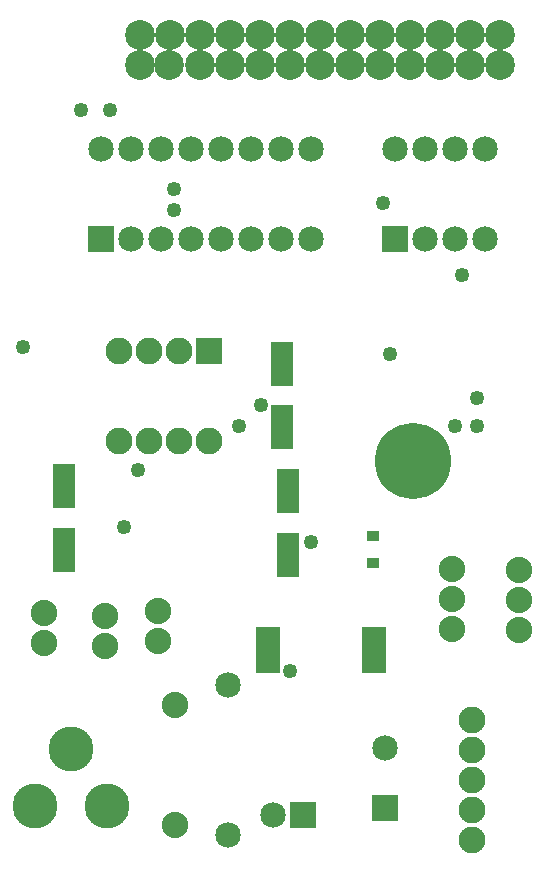
<source format=gts>
G04 MADE WITH FRITZING*
G04 WWW.FRITZING.ORG*
G04 DOUBLE SIDED*
G04 HOLES PLATED*
G04 CONTOUR ON CENTER OF CONTOUR VECTOR*
%ASAXBY*%
%FSLAX23Y23*%
%MOIN*%
%OFA0B0*%
%SFA1.0B1.0*%
%ADD10C,0.089370*%
%ADD11C,0.049370*%
%ADD12C,0.254094*%
%ADD13C,0.150000*%
%ADD14C,0.085000*%
%ADD15C,0.088000*%
%ADD16C,0.099639*%
%ADD17C,0.099583*%
%ADD18R,0.072992X0.147795*%
%ADD19R,0.080866X0.151732*%
%ADD20R,0.089370X0.089370*%
%ADD21R,0.042677X0.034803*%
%ADD22R,0.085000X0.085000*%
%LNMASK1*%
G90*
G70*
G54D10*
X680Y1705D03*
X680Y1405D03*
X580Y1705D03*
X580Y1405D03*
X480Y1705D03*
X480Y1405D03*
X380Y1705D03*
X380Y1405D03*
G54D11*
X852Y1525D03*
X1524Y1957D03*
X444Y1309D03*
X780Y1453D03*
X1020Y1069D03*
X1284Y1693D03*
X564Y2173D03*
X1500Y1453D03*
X348Y2509D03*
X1260Y2197D03*
X1572Y1549D03*
X948Y637D03*
X60Y1717D03*
X396Y1117D03*
X252Y2509D03*
X564Y2245D03*
X1572Y1453D03*
G54D12*
X1358Y1336D03*
G54D10*
X1557Y475D03*
X1557Y375D03*
X1557Y275D03*
X1557Y175D03*
X1557Y75D03*
G54D13*
X341Y189D03*
X101Y189D03*
X221Y379D03*
X341Y189D03*
X101Y189D03*
X221Y379D03*
G54D14*
X992Y159D03*
X892Y159D03*
X1266Y182D03*
X1266Y382D03*
G54D15*
X567Y524D03*
X567Y124D03*
X567Y524D03*
X567Y124D03*
G54D14*
X319Y2076D03*
X319Y2376D03*
X419Y2076D03*
X419Y2376D03*
X519Y2076D03*
X519Y2376D03*
X619Y2076D03*
X619Y2376D03*
X719Y2076D03*
X719Y2376D03*
X819Y2076D03*
X819Y2376D03*
X919Y2076D03*
X919Y2376D03*
X1019Y2076D03*
X1019Y2376D03*
X744Y91D03*
X744Y591D03*
G54D15*
X130Y830D03*
X130Y730D03*
X333Y822D03*
X333Y722D03*
X510Y837D03*
X510Y737D03*
X1490Y977D03*
X1490Y877D03*
X1490Y777D03*
X1713Y773D03*
X1713Y873D03*
X1713Y973D03*
G54D16*
X448Y2757D03*
G54D17*
X548Y2757D03*
X648Y2757D03*
X748Y2757D03*
X848Y2757D03*
X948Y2757D03*
X1048Y2757D03*
X1148Y2757D03*
X1248Y2757D03*
X1348Y2757D03*
X1448Y2757D03*
X1548Y2757D03*
X1648Y2757D03*
X448Y2657D03*
X547Y2657D03*
X648Y2657D03*
X748Y2657D03*
X848Y2657D03*
X948Y2657D03*
X1048Y2657D03*
X1148Y2657D03*
X1248Y2657D03*
X1348Y2657D03*
X1448Y2657D03*
X1548Y2657D03*
X1648Y2657D03*
G54D14*
X1301Y2078D03*
X1301Y2378D03*
X1401Y2078D03*
X1401Y2378D03*
X1501Y2078D03*
X1501Y2378D03*
X1601Y2078D03*
X1601Y2378D03*
G54D18*
X923Y1662D03*
X923Y1450D03*
X942Y1236D03*
X942Y1024D03*
X197Y1255D03*
X197Y1042D03*
G54D19*
X876Y707D03*
X1231Y707D03*
G54D20*
X680Y1705D03*
G54D21*
X1226Y1088D03*
X1226Y997D03*
G54D22*
X992Y159D03*
X1266Y182D03*
X319Y2076D03*
X1301Y2078D03*
G04 End of Mask1*
M02*
</source>
